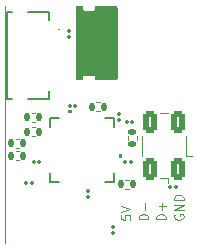
<source format=gbr>
%TF.GenerationSoftware,KiCad,Pcbnew,9.0.4*%
%TF.CreationDate,2025-09-14T17:04:40-04:00*%
%TF.ProjectId,usb-hub,7573622d-6875-4622-9e6b-696361645f70,rev?*%
%TF.SameCoordinates,Original*%
%TF.FileFunction,Legend,Top*%
%TF.FilePolarity,Positive*%
%FSLAX46Y46*%
G04 Gerber Fmt 4.6, Leading zero omitted, Abs format (unit mm)*
G04 Created by KiCad (PCBNEW 9.0.4) date 2025-09-14 17:04:40*
%MOMM*%
%LPD*%
G01*
G04 APERTURE LIST*
G04 Aperture macros list*
%AMRoundRect*
0 Rectangle with rounded corners*
0 $1 Rounding radius*
0 $2 $3 $4 $5 $6 $7 $8 $9 X,Y pos of 4 corners*
0 Add a 4 corners polygon primitive as box body*
4,1,4,$2,$3,$4,$5,$6,$7,$8,$9,$2,$3,0*
0 Add four circle primitives for the rounded corners*
1,1,$1+$1,$2,$3*
1,1,$1+$1,$4,$5*
1,1,$1+$1,$6,$7*
1,1,$1+$1,$8,$9*
0 Add four rect primitives between the rounded corners*
20,1,$1+$1,$2,$3,$4,$5,0*
20,1,$1+$1,$4,$5,$6,$7,0*
20,1,$1+$1,$6,$7,$8,$9,0*
20,1,$1+$1,$8,$9,$2,$3,0*%
G04 Aperture macros list end*
%ADD10C,0.050000*%
%ADD11C,0.080000*%
%ADD12C,0.100000*%
%ADD13C,0.120000*%
%ADD14C,0.152400*%
%ADD15C,0.000000*%
%ADD16C,0.200000*%
%ADD17RoundRect,0.135000X-0.135000X-0.185000X0.135000X-0.185000X0.135000X0.185000X-0.135000X0.185000X0*%
%ADD18RoundRect,0.135000X0.135000X0.185000X-0.135000X0.185000X-0.135000X-0.185000X0.135000X-0.185000X0*%
%ADD19C,1.000000*%
%ADD20RoundRect,0.075000X0.075000X-0.125000X0.075000X0.125000X-0.075000X0.125000X-0.075000X-0.125000X0*%
%ADD21RoundRect,0.075000X-0.125000X-0.075000X0.125000X-0.075000X0.125000X0.075000X-0.125000X0.075000X0*%
%ADD22RoundRect,0.075000X0.125000X0.075000X-0.125000X0.075000X-0.125000X-0.075000X0.125000X-0.075000X0*%
%ADD23R,0.254000X0.812800*%
%ADD24R,0.812800X0.254000*%
%ADD25R,3.606800X3.606800*%
%ADD26R,0.800000X0.300000*%
%ADD27R,0.800000X0.400000*%
%ADD28RoundRect,0.250000X0.350000X-0.650000X0.350000X0.650000X-0.350000X0.650000X-0.350000X-0.650000X0*%
%ADD29RoundRect,0.075000X-0.075000X0.125000X-0.075000X-0.125000X0.075000X-0.125000X0.075000X0.125000X0*%
%ADD30RoundRect,0.135000X0.185000X-0.135000X0.185000X0.135000X-0.185000X0.135000X-0.185000X-0.135000X0*%
G04 APERTURE END LIST*
D10*
X140010000Y-32002500D02*
X140010000Y-52010000D01*
D11*
X153627935Y-50036892D02*
X152827935Y-50036892D01*
X152827935Y-50036892D02*
X152827935Y-49846416D01*
X152827935Y-49846416D02*
X152866030Y-49732130D01*
X152866030Y-49732130D02*
X152942220Y-49655940D01*
X152942220Y-49655940D02*
X153018411Y-49617845D01*
X153018411Y-49617845D02*
X153170792Y-49579749D01*
X153170792Y-49579749D02*
X153285078Y-49579749D01*
X153285078Y-49579749D02*
X153437459Y-49617845D01*
X153437459Y-49617845D02*
X153513649Y-49655940D01*
X153513649Y-49655940D02*
X153589840Y-49732130D01*
X153589840Y-49732130D02*
X153627935Y-49846416D01*
X153627935Y-49846416D02*
X153627935Y-50036892D01*
X153323173Y-49236892D02*
X153323173Y-48627369D01*
X153627935Y-48932130D02*
X153018411Y-48932130D01*
X152127935Y-50036892D02*
X151327935Y-50036892D01*
X151327935Y-50036892D02*
X151327935Y-49846416D01*
X151327935Y-49846416D02*
X151366030Y-49732130D01*
X151366030Y-49732130D02*
X151442220Y-49655940D01*
X151442220Y-49655940D02*
X151518411Y-49617845D01*
X151518411Y-49617845D02*
X151670792Y-49579749D01*
X151670792Y-49579749D02*
X151785078Y-49579749D01*
X151785078Y-49579749D02*
X151937459Y-49617845D01*
X151937459Y-49617845D02*
X152013649Y-49655940D01*
X152013649Y-49655940D02*
X152089840Y-49732130D01*
X152089840Y-49732130D02*
X152127935Y-49846416D01*
X152127935Y-49846416D02*
X152127935Y-50036892D01*
X151823173Y-49236892D02*
X151823173Y-48627369D01*
X149827935Y-49655940D02*
X149827935Y-50036892D01*
X149827935Y-50036892D02*
X150208887Y-50074988D01*
X150208887Y-50074988D02*
X150170792Y-50036892D01*
X150170792Y-50036892D02*
X150132697Y-49960702D01*
X150132697Y-49960702D02*
X150132697Y-49770226D01*
X150132697Y-49770226D02*
X150170792Y-49694035D01*
X150170792Y-49694035D02*
X150208887Y-49655940D01*
X150208887Y-49655940D02*
X150285078Y-49617845D01*
X150285078Y-49617845D02*
X150475554Y-49617845D01*
X150475554Y-49617845D02*
X150551744Y-49655940D01*
X150551744Y-49655940D02*
X150589840Y-49694035D01*
X150589840Y-49694035D02*
X150627935Y-49770226D01*
X150627935Y-49770226D02*
X150627935Y-49960702D01*
X150627935Y-49960702D02*
X150589840Y-50036892D01*
X150589840Y-50036892D02*
X150551744Y-50074988D01*
X149827935Y-49389273D02*
X150627935Y-49122606D01*
X150627935Y-49122606D02*
X149827935Y-48855940D01*
X154366030Y-49617845D02*
X154327935Y-49694035D01*
X154327935Y-49694035D02*
X154327935Y-49808321D01*
X154327935Y-49808321D02*
X154366030Y-49922607D01*
X154366030Y-49922607D02*
X154442220Y-49998797D01*
X154442220Y-49998797D02*
X154518411Y-50036892D01*
X154518411Y-50036892D02*
X154670792Y-50074988D01*
X154670792Y-50074988D02*
X154785078Y-50074988D01*
X154785078Y-50074988D02*
X154937459Y-50036892D01*
X154937459Y-50036892D02*
X155013649Y-49998797D01*
X155013649Y-49998797D02*
X155089840Y-49922607D01*
X155089840Y-49922607D02*
X155127935Y-49808321D01*
X155127935Y-49808321D02*
X155127935Y-49732130D01*
X155127935Y-49732130D02*
X155089840Y-49617845D01*
X155089840Y-49617845D02*
X155051744Y-49579749D01*
X155051744Y-49579749D02*
X154785078Y-49579749D01*
X154785078Y-49579749D02*
X154785078Y-49732130D01*
X155127935Y-49236892D02*
X154327935Y-49236892D01*
X154327935Y-49236892D02*
X155127935Y-48779749D01*
X155127935Y-48779749D02*
X154327935Y-48779749D01*
X155127935Y-48398797D02*
X154327935Y-48398797D01*
X154327935Y-48398797D02*
X154327935Y-48208321D01*
X154327935Y-48208321D02*
X154366030Y-48094035D01*
X154366030Y-48094035D02*
X154442220Y-48017845D01*
X154442220Y-48017845D02*
X154518411Y-47979750D01*
X154518411Y-47979750D02*
X154670792Y-47941654D01*
X154670792Y-47941654D02*
X154785078Y-47941654D01*
X154785078Y-47941654D02*
X154937459Y-47979750D01*
X154937459Y-47979750D02*
X155013649Y-48017845D01*
X155013649Y-48017845D02*
X155089840Y-48094035D01*
X155089840Y-48094035D02*
X155127935Y-48208321D01*
X155127935Y-48208321D02*
X155127935Y-48398797D01*
D12*
%TO.C,J1*%
X146520000Y-32172500D02*
X146545000Y-32247500D01*
X146620000Y-32322500D01*
X146720000Y-32347500D01*
X147470000Y-32347500D01*
X147570000Y-32322500D01*
X147620000Y-32272500D01*
X147670000Y-32197500D01*
X147670000Y-31997500D01*
X149370000Y-31997500D01*
X149445000Y-32047500D01*
X149495000Y-32097500D01*
X149520000Y-32197500D01*
X149520000Y-37947500D01*
X149495000Y-38047500D01*
X149420000Y-38122500D01*
X149345000Y-38147500D01*
X147670000Y-38147500D01*
X147670000Y-37997500D01*
X147645000Y-37897500D01*
X147570000Y-37822500D01*
X147495000Y-37797500D01*
X146670000Y-37797500D01*
X146595000Y-37847500D01*
X146545000Y-37897500D01*
X146520000Y-37972500D01*
X146520000Y-38147500D01*
X146020000Y-38147500D01*
X146020000Y-31997500D01*
X146520000Y-31997500D01*
X146520000Y-32172500D01*
G36*
X146520000Y-32172500D02*
G01*
X146545000Y-32247500D01*
X146620000Y-32322500D01*
X146720000Y-32347500D01*
X147470000Y-32347500D01*
X147570000Y-32322500D01*
X147620000Y-32272500D01*
X147670000Y-32197500D01*
X147670000Y-31997500D01*
X149370000Y-31997500D01*
X149445000Y-32047500D01*
X149495000Y-32097500D01*
X149520000Y-32197500D01*
X149520000Y-37947500D01*
X149495000Y-38047500D01*
X149420000Y-38122500D01*
X149345000Y-38147500D01*
X147670000Y-38147500D01*
X147670000Y-37997500D01*
X147645000Y-37897500D01*
X147570000Y-37822500D01*
X147495000Y-37797500D01*
X146670000Y-37797500D01*
X146595000Y-37847500D01*
X146545000Y-37897500D01*
X146520000Y-37972500D01*
X146520000Y-38147500D01*
X146020000Y-38147500D01*
X146020000Y-31997500D01*
X146520000Y-31997500D01*
X146520000Y-32172500D01*
G37*
D13*
%TO.C,R5*%
X140911360Y-43220000D02*
X141218642Y-43220000D01*
X140911360Y-43980000D02*
X141218642Y-43980000D01*
%TO.C,R4*%
X141218642Y-44245000D02*
X140911360Y-44245000D01*
X141218642Y-45005000D02*
X140911360Y-45005000D01*
%TO.C,R2*%
X147746359Y-40095000D02*
X148053641Y-40095000D01*
X147746359Y-40855000D02*
X148053641Y-40855000D01*
%TO.C,R1*%
X150196359Y-46670000D02*
X150503641Y-46670000D01*
X150196359Y-47430000D02*
X150503641Y-47430000D01*
%TO.C,R3*%
X142568642Y-42211667D02*
X142261360Y-42211667D01*
X142568642Y-42971667D02*
X142261360Y-42971667D01*
D14*
%TO.C,U1*%
X143845300Y-41470300D02*
X143845300Y-42190261D01*
X143845300Y-46109739D02*
X143845300Y-46829700D01*
X143845300Y-46829700D02*
X144565261Y-46829700D01*
X144565261Y-41470300D02*
X143845300Y-41470300D01*
X148484739Y-46829700D02*
X149204700Y-46829700D01*
X149204700Y-41470300D02*
X148484739Y-41470300D01*
X149204700Y-42190261D02*
X149204700Y-41470300D01*
X149204700Y-46829700D02*
X149204700Y-46109739D01*
D15*
G36*
X145715499Y-41038500D02*
G01*
X145334499Y-41038500D01*
X145334499Y-40784500D01*
X145715499Y-40784500D01*
X145715499Y-41038500D01*
G37*
G36*
X149890499Y-44840499D02*
G01*
X149636500Y-44840499D01*
X149636500Y-44459499D01*
X149890500Y-44459499D01*
X149890499Y-44840499D01*
G37*
D13*
%TO.C,R6*%
X142261360Y-41020000D02*
X142568642Y-41020000D01*
X142261360Y-41780000D02*
X142568642Y-41780000D01*
D16*
%TO.C,J2*%
X140175000Y-32490000D02*
X140175000Y-32975000D01*
X140175000Y-32490000D02*
X140175000Y-39860000D01*
X140175000Y-39860000D02*
X140175000Y-39375000D01*
X140575000Y-32490000D02*
X140175000Y-32490000D01*
X140575000Y-39860000D02*
X140175000Y-39860000D01*
X143775000Y-32490000D02*
X141975000Y-32490001D01*
X143775000Y-33175000D02*
X143775000Y-32490000D01*
X143775000Y-39175000D02*
X143775000Y-39860000D01*
X143775000Y-39860000D02*
X141975000Y-39859999D01*
D12*
X144475000Y-33925000D02*
X144475000Y-33925000D01*
X144575000Y-33925000D02*
X144575000Y-33925000D01*
X144475000Y-33925000D02*
G75*
G02*
X144575000Y-33925000I50000J0D01*
G01*
X144575000Y-33925000D02*
G75*
G02*
X144475000Y-33925000I-50000J0D01*
G01*
D13*
%TO.C,Y1*%
X151592500Y-44642500D02*
X151592500Y-42962500D01*
X153112500Y-41042500D02*
X153792500Y-41042500D01*
X153792500Y-46562500D02*
X153112500Y-46562500D01*
X153792500Y-46962500D02*
X153792500Y-46562500D01*
X155312500Y-42962500D02*
X155312500Y-44642500D01*
X155312500Y-44642500D02*
X155812500Y-44642500D01*
%TO.C,R7*%
X150395000Y-43293642D02*
X150395000Y-42986360D01*
X151155000Y-43293642D02*
X151155000Y-42986360D01*
%TD*%
%LPC*%
D17*
%TO.C,R5*%
X140555002Y-43600000D03*
X141575000Y-43600000D03*
%TD*%
D18*
%TO.C,R4*%
X141575000Y-44625000D03*
X140555002Y-44625000D03*
%TD*%
D19*
%TO.C,J3*%
X150300000Y-50750000D03*
X151800000Y-50750000D03*
X153300000Y-50750000D03*
X154800000Y-50750000D03*
%TD*%
D17*
%TO.C,R2*%
X147390001Y-40475000D03*
X148409999Y-40475000D03*
%TD*%
D20*
%TO.C,C4*%
X149625000Y-41650000D03*
X149625000Y-41150000D03*
%TD*%
D21*
%TO.C,C5*%
X142425000Y-45175000D03*
X142925000Y-45175000D03*
%TD*%
D17*
%TO.C,R1*%
X149840001Y-47050000D03*
X150859999Y-47050000D03*
%TD*%
D22*
%TO.C,C1*%
X145975000Y-40425000D03*
X145475000Y-40425000D03*
%TD*%
D20*
%TO.C,C8*%
X145450000Y-34575000D03*
X145450000Y-34075000D03*
%TD*%
D18*
%TO.C,R3*%
X142925000Y-42591667D03*
X141905002Y-42591667D03*
%TD*%
D23*
%TO.C,U1*%
X145025000Y-46601100D03*
X145524999Y-46601100D03*
X146025001Y-46601100D03*
X146525000Y-46601099D03*
X147024999Y-46601100D03*
X147525001Y-46601100D03*
X148025000Y-46601100D03*
D24*
X148976100Y-45650000D03*
X148976100Y-45150001D03*
X148976100Y-44649999D03*
X148976099Y-44150000D03*
X148976100Y-43650001D03*
X148976100Y-43149999D03*
X148976100Y-42650000D03*
D23*
X148025000Y-41698900D03*
X147525001Y-41698900D03*
X147024999Y-41698900D03*
X146525000Y-41698901D03*
X146025001Y-41698900D03*
X145524999Y-41698900D03*
X145025000Y-41698900D03*
D24*
X144073900Y-42650000D03*
X144073900Y-43149999D03*
X144073900Y-43650001D03*
X144073901Y-44150000D03*
X144073900Y-44649999D03*
X144073900Y-45150001D03*
X144073900Y-45650000D03*
D25*
X146525000Y-44150000D03*
%TD*%
D22*
%TO.C,C10*%
X154499999Y-47300000D03*
X153999999Y-47300000D03*
%TD*%
D17*
%TO.C,R6*%
X141905002Y-41400000D03*
X142925000Y-41400000D03*
%TD*%
D26*
%TO.C,J2*%
X143675000Y-33925000D03*
X143675000Y-34425001D03*
X143675000Y-34925000D03*
X143675000Y-35424999D03*
X143675000Y-35925000D03*
X143675000Y-36425000D03*
X143675000Y-36925001D03*
X143675000Y-37425000D03*
X143675000Y-37924999D03*
X143675000Y-38425000D03*
D27*
X141175001Y-32700000D03*
X141175001Y-39650000D03*
%TD*%
D28*
%TO.C,Y1*%
X154652501Y-45802500D03*
X154652501Y-41802500D03*
X152252499Y-41802500D03*
X152252499Y-45802500D03*
%TD*%
D29*
%TO.C,C2*%
X147025000Y-47650000D03*
X147025000Y-48150000D03*
%TD*%
D20*
%TO.C,C9*%
X149150000Y-51149999D03*
X149150000Y-50649999D03*
%TD*%
D21*
%TO.C,C6*%
X141775000Y-46950000D03*
X142275000Y-46950000D03*
%TD*%
D30*
%TO.C,R7*%
X150775000Y-43650000D03*
X150775000Y-42630002D03*
%TD*%
D21*
%TO.C,C11*%
X150300000Y-41800000D03*
X150800000Y-41800000D03*
%TD*%
%TO.C,C3*%
X150150000Y-45150000D03*
X150650000Y-45150000D03*
%TD*%
%LPD*%
M02*

</source>
